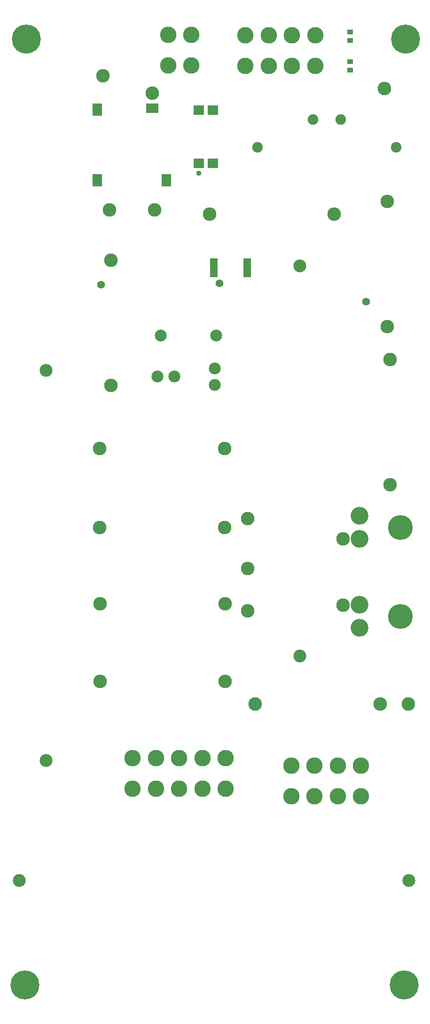
<source format=gts>
G04*
G04 #@! TF.GenerationSoftware,Altium Limited,Altium Designer,22.3.1 (43)*
G04*
G04 Layer_Color=8388736*
%FSLAX24Y24*%
%MOIN*%
G70*
G04*
G04 #@! TF.SameCoordinates,61A4D5B3-3B2A-409B-9F35-3F3BF520A47B*
G04*
G04*
G04 #@! TF.FilePolarity,Negative*
G04*
G01*
G75*
%ADD22R,0.0761X0.0658*%
%ADD23R,0.0414X0.0336*%
%ADD24R,0.0552X0.1379*%
%ADD25R,0.0860X0.0660*%
%ADD26R,0.0660X0.0860*%
%ADD27C,0.0910*%
%ADD28C,0.0966*%
%ADD29C,0.1170*%
%ADD30C,0.0751*%
%ADD31C,0.1260*%
%ADD32C,0.0847*%
%ADD33C,0.2060*%
%ADD34C,0.0560*%
%ADD35C,0.0960*%
%ADD36C,0.1760*%
%ADD37C,0.0370*%
D22*
X19243Y76774D02*
D03*
X18243D02*
D03*
X19243Y73026D02*
D03*
X18243Y73018D02*
D03*
D23*
X28984Y82313D02*
D03*
Y81722D02*
D03*
X28984Y79622D02*
D03*
Y80213D02*
D03*
D24*
X19319Y65600D02*
D03*
X21681D02*
D03*
D25*
X14943Y76900D02*
D03*
D26*
X11043Y76800D02*
D03*
X15943Y71800D02*
D03*
X11043D02*
D03*
D27*
X7400Y30700D02*
D03*
Y58350D02*
D03*
X5500Y22200D02*
D03*
X33150D02*
D03*
X25400Y65750D02*
D03*
Y38100D02*
D03*
D28*
X20100Y36300D02*
D03*
X11242D02*
D03*
X20100Y41800D02*
D03*
X11242D02*
D03*
X31600Y61442D02*
D03*
Y70300D02*
D03*
X31800Y59100D02*
D03*
Y50242D02*
D03*
X12000Y57283D02*
D03*
Y66141D02*
D03*
X22242Y34700D02*
D03*
X31100D02*
D03*
X11210Y47200D02*
D03*
X20069D02*
D03*
X11210Y52800D02*
D03*
X20069D02*
D03*
X19000Y69400D02*
D03*
X27858D02*
D03*
D29*
X13550Y28700D02*
D03*
Y30870D02*
D03*
X20150Y28700D02*
D03*
X18500D02*
D03*
X16850D02*
D03*
X15200D02*
D03*
Y30870D02*
D03*
X16850D02*
D03*
X18500D02*
D03*
X20150D02*
D03*
X16063Y82100D02*
D03*
X17713D02*
D03*
Y79930D02*
D03*
X16063D02*
D03*
X21550Y79900D02*
D03*
Y82070D02*
D03*
X23200Y79900D02*
D03*
X24850D02*
D03*
Y82070D02*
D03*
X23200D02*
D03*
X26500Y79900D02*
D03*
Y82070D02*
D03*
X29750Y30350D02*
D03*
Y28180D02*
D03*
X28100Y30350D02*
D03*
X26450D02*
D03*
Y28180D02*
D03*
X28100D02*
D03*
X24800Y30350D02*
D03*
Y28180D02*
D03*
D30*
X32256Y74131D02*
D03*
X22413D02*
D03*
X28319Y76100D02*
D03*
X26350D02*
D03*
D31*
X29655Y46400D02*
D03*
Y48030D02*
D03*
Y40100D02*
D03*
Y41730D02*
D03*
D32*
X16500Y57900D02*
D03*
X15319D02*
D03*
X19376Y57309D02*
D03*
Y58491D02*
D03*
X19468Y60800D02*
D03*
X15532D02*
D03*
D33*
X6000Y81810D02*
D03*
X32900D02*
D03*
X5900Y14800D02*
D03*
X32800D02*
D03*
D34*
X30100Y63200D02*
D03*
X11300Y64409D02*
D03*
X19723Y64500D02*
D03*
D35*
X28475Y41700D02*
D03*
X28475Y46400D02*
D03*
X15100Y69700D02*
D03*
X31400Y78300D02*
D03*
X14943Y77975D02*
D03*
X11443Y79200D02*
D03*
X21700Y41300D02*
D03*
Y44300D02*
D03*
X11900Y69700D02*
D03*
X33100Y34700D02*
D03*
X21700Y47855D02*
D03*
D36*
X32545Y47215D02*
D03*
Y40915D02*
D03*
D37*
X18243Y72300D02*
D03*
M02*

</source>
